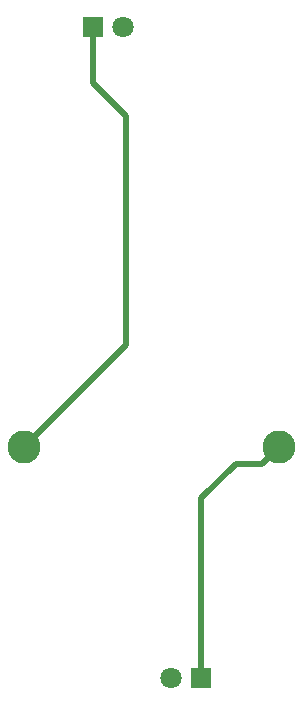
<source format=gbr>
G04 #@! TF.FileFunction,Copper,L1,Top,Signal*
%FSLAX46Y46*%
G04 Gerber Fmt 4.6, Leading zero omitted, Abs format (unit mm)*
G04 Created by KiCad (PCBNEW 4.0.7-e2-6376~58~ubuntu16.04.1) date Wed Nov 29 21:12:47 2017*
%MOMM*%
%LPD*%
G01*
G04 APERTURE LIST*
%ADD10C,0.100000*%
%ADD11C,2.800000*%
%ADD12C,1.800000*%
%ADD13R,1.800000X1.800000*%
%ADD14C,0.500000*%
%ADD15C,0.250000*%
G04 APERTURE END LIST*
D10*
D11*
X113050400Y-103606600D03*
X134650400Y-103606600D03*
D12*
X121462800Y-67995800D03*
D13*
X118922800Y-67995800D03*
D12*
X125552200Y-123088400D03*
D13*
X128092200Y-123088400D03*
D14*
X134650400Y-103606600D02*
X133250401Y-105006599D01*
X133250401Y-105006599D02*
X130984801Y-105006599D01*
X130984801Y-105006599D02*
X128092200Y-107899200D01*
X118922800Y-67995800D02*
X118922800Y-72771000D01*
X118922800Y-72771000D02*
X121691400Y-75539600D01*
X121691400Y-75539600D02*
X121691400Y-94965600D01*
X121691400Y-94965600D02*
X113050400Y-103606600D01*
X128092200Y-123088400D02*
X128092200Y-107899200D01*
D15*
X118922800Y-67995800D02*
X118922800Y-69145800D01*
M02*

</source>
